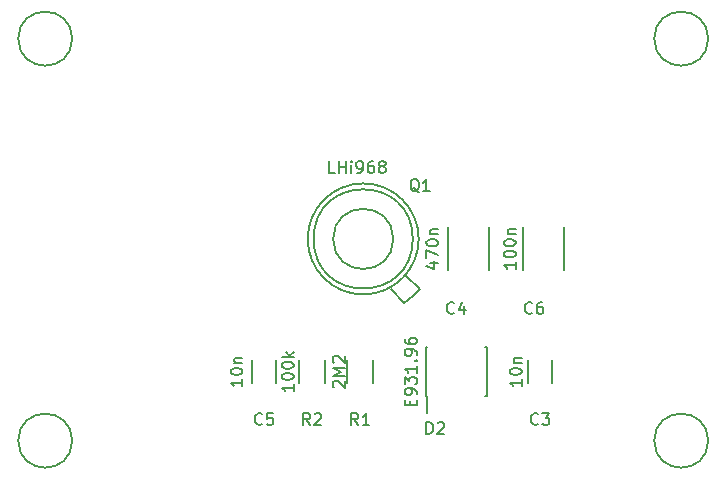
<source format=gto>
G04 #@! TF.FileFunction,Legend,Top*
%FSLAX46Y46*%
G04 Gerber Fmt 4.6, Leading zero omitted, Abs format (unit mm)*
G04 Created by KiCad (PCBNEW 4.0.3+e1-6302~38~ubuntu16.04.1-stable) date Mon Oct 24 21:46:35 2016*
%MOMM*%
%LPD*%
G01*
G04 APERTURE LIST*
%ADD10C,0.100000*%
%ADD11C,0.150000*%
G04 APERTURE END LIST*
D10*
D11*
X112532000Y-100012500D02*
G75*
G03X112532000Y-100012500I-2550000J0D01*
G01*
X114164500Y-104830000D02*
X114764500Y-104230000D01*
X114764500Y-104230000D02*
X113564500Y-103130000D01*
X114164500Y-104830000D02*
X113464500Y-105430000D01*
X113464500Y-105430000D02*
X112364500Y-104230000D01*
X114182000Y-100012500D02*
G75*
G03X114182000Y-100012500I-4200000J0D01*
G01*
X114682000Y-100012500D02*
G75*
G03X114682000Y-100012500I-4700000J0D01*
G01*
X123943000Y-110252000D02*
X123943000Y-112252000D01*
X125993000Y-112252000D02*
X125993000Y-110252000D01*
X102625000Y-112252000D02*
X102625000Y-110252000D01*
X100575000Y-110252000D02*
X100575000Y-112252000D01*
X115281000Y-113327000D02*
X115426000Y-113327000D01*
X115281000Y-109177000D02*
X115426000Y-109177000D01*
X120431000Y-109177000D02*
X120286000Y-109177000D01*
X120431000Y-113327000D02*
X120286000Y-113327000D01*
X115281000Y-113327000D02*
X115281000Y-109177000D01*
X120431000Y-113327000D02*
X120431000Y-109177000D01*
X115426000Y-113327000D02*
X115426000Y-114727000D01*
X110803000Y-110252000D02*
X110803000Y-112252000D01*
X108653000Y-112252000D02*
X108653000Y-110252000D01*
X106739000Y-110252000D02*
X106739000Y-112252000D01*
X104589000Y-112252000D02*
X104589000Y-110252000D01*
X85344000Y-83058000D02*
G75*
G03X85344000Y-83058000I-2286000J0D01*
G01*
X85344000Y-117094000D02*
G75*
G03X85344000Y-117094000I-2286000J0D01*
G01*
X139192000Y-83058000D02*
G75*
G03X139192000Y-83058000I-2286000J0D01*
G01*
X139192000Y-117094000D02*
G75*
G03X139192000Y-117094000I-2286000J0D01*
G01*
X120597000Y-102638000D02*
X120597000Y-99038000D01*
X117147000Y-99038000D02*
X117147000Y-102638000D01*
X123497000Y-99038000D02*
X123497000Y-102638000D01*
X126947000Y-102638000D02*
X126947000Y-99038000D01*
X114712762Y-96051619D02*
X114617524Y-96004000D01*
X114522286Y-95908762D01*
X114379429Y-95765905D01*
X114284190Y-95718286D01*
X114188952Y-95718286D01*
X114236571Y-95956381D02*
X114141333Y-95908762D01*
X114046095Y-95813524D01*
X113998476Y-95623048D01*
X113998476Y-95289714D01*
X114046095Y-95099238D01*
X114141333Y-95004000D01*
X114236571Y-94956381D01*
X114427048Y-94956381D01*
X114522286Y-95004000D01*
X114617524Y-95099238D01*
X114665143Y-95289714D01*
X114665143Y-95623048D01*
X114617524Y-95813524D01*
X114522286Y-95908762D01*
X114427048Y-95956381D01*
X114236571Y-95956381D01*
X115617524Y-95956381D02*
X115046095Y-95956381D01*
X115331809Y-95956381D02*
X115331809Y-94956381D01*
X115236571Y-95099238D01*
X115141333Y-95194476D01*
X115046095Y-95242095D01*
X107593048Y-94432381D02*
X107116857Y-94432381D01*
X107116857Y-93432381D01*
X107926381Y-94432381D02*
X107926381Y-93432381D01*
X107926381Y-93908571D02*
X108497810Y-93908571D01*
X108497810Y-94432381D02*
X108497810Y-93432381D01*
X108974000Y-94432381D02*
X108974000Y-93765714D01*
X108974000Y-93432381D02*
X108926381Y-93480000D01*
X108974000Y-93527619D01*
X109021619Y-93480000D01*
X108974000Y-93432381D01*
X108974000Y-93527619D01*
X109497809Y-94432381D02*
X109688285Y-94432381D01*
X109783524Y-94384762D01*
X109831143Y-94337143D01*
X109926381Y-94194286D01*
X109974000Y-94003810D01*
X109974000Y-93622857D01*
X109926381Y-93527619D01*
X109878762Y-93480000D01*
X109783524Y-93432381D01*
X109593047Y-93432381D01*
X109497809Y-93480000D01*
X109450190Y-93527619D01*
X109402571Y-93622857D01*
X109402571Y-93860952D01*
X109450190Y-93956190D01*
X109497809Y-94003810D01*
X109593047Y-94051429D01*
X109783524Y-94051429D01*
X109878762Y-94003810D01*
X109926381Y-93956190D01*
X109974000Y-93860952D01*
X110831143Y-93432381D02*
X110640666Y-93432381D01*
X110545428Y-93480000D01*
X110497809Y-93527619D01*
X110402571Y-93670476D01*
X110354952Y-93860952D01*
X110354952Y-94241905D01*
X110402571Y-94337143D01*
X110450190Y-94384762D01*
X110545428Y-94432381D01*
X110735905Y-94432381D01*
X110831143Y-94384762D01*
X110878762Y-94337143D01*
X110926381Y-94241905D01*
X110926381Y-94003810D01*
X110878762Y-93908571D01*
X110831143Y-93860952D01*
X110735905Y-93813333D01*
X110545428Y-93813333D01*
X110450190Y-93860952D01*
X110402571Y-93908571D01*
X110354952Y-94003810D01*
X111497809Y-93860952D02*
X111402571Y-93813333D01*
X111354952Y-93765714D01*
X111307333Y-93670476D01*
X111307333Y-93622857D01*
X111354952Y-93527619D01*
X111402571Y-93480000D01*
X111497809Y-93432381D01*
X111688286Y-93432381D01*
X111783524Y-93480000D01*
X111831143Y-93527619D01*
X111878762Y-93622857D01*
X111878762Y-93670476D01*
X111831143Y-93765714D01*
X111783524Y-93813333D01*
X111688286Y-93860952D01*
X111497809Y-93860952D01*
X111402571Y-93908571D01*
X111354952Y-93956190D01*
X111307333Y-94051429D01*
X111307333Y-94241905D01*
X111354952Y-94337143D01*
X111402571Y-94384762D01*
X111497809Y-94432381D01*
X111688286Y-94432381D01*
X111783524Y-94384762D01*
X111831143Y-94337143D01*
X111878762Y-94241905D01*
X111878762Y-94051429D01*
X111831143Y-93956190D01*
X111783524Y-93908571D01*
X111688286Y-93860952D01*
X124801334Y-115673143D02*
X124753715Y-115720762D01*
X124610858Y-115768381D01*
X124515620Y-115768381D01*
X124372762Y-115720762D01*
X124277524Y-115625524D01*
X124229905Y-115530286D01*
X124182286Y-115339810D01*
X124182286Y-115196952D01*
X124229905Y-115006476D01*
X124277524Y-114911238D01*
X124372762Y-114816000D01*
X124515620Y-114768381D01*
X124610858Y-114768381D01*
X124753715Y-114816000D01*
X124801334Y-114863619D01*
X125134667Y-114768381D02*
X125753715Y-114768381D01*
X125420381Y-115149333D01*
X125563239Y-115149333D01*
X125658477Y-115196952D01*
X125706096Y-115244571D01*
X125753715Y-115339810D01*
X125753715Y-115577905D01*
X125706096Y-115673143D01*
X125658477Y-115720762D01*
X125563239Y-115768381D01*
X125277524Y-115768381D01*
X125182286Y-115720762D01*
X125134667Y-115673143D01*
X123388381Y-111894857D02*
X123388381Y-112466286D01*
X123388381Y-112180572D02*
X122388381Y-112180572D01*
X122531238Y-112275810D01*
X122626476Y-112371048D01*
X122674095Y-112466286D01*
X122388381Y-111275810D02*
X122388381Y-111180571D01*
X122436000Y-111085333D01*
X122483619Y-111037714D01*
X122578857Y-110990095D01*
X122769333Y-110942476D01*
X123007429Y-110942476D01*
X123197905Y-110990095D01*
X123293143Y-111037714D01*
X123340762Y-111085333D01*
X123388381Y-111180571D01*
X123388381Y-111275810D01*
X123340762Y-111371048D01*
X123293143Y-111418667D01*
X123197905Y-111466286D01*
X123007429Y-111513905D01*
X122769333Y-111513905D01*
X122578857Y-111466286D01*
X122483619Y-111418667D01*
X122436000Y-111371048D01*
X122388381Y-111275810D01*
X122721714Y-110513905D02*
X123388381Y-110513905D01*
X122816952Y-110513905D02*
X122769333Y-110466286D01*
X122721714Y-110371048D01*
X122721714Y-110228190D01*
X122769333Y-110132952D01*
X122864571Y-110085333D01*
X123388381Y-110085333D01*
X101433334Y-115673143D02*
X101385715Y-115720762D01*
X101242858Y-115768381D01*
X101147620Y-115768381D01*
X101004762Y-115720762D01*
X100909524Y-115625524D01*
X100861905Y-115530286D01*
X100814286Y-115339810D01*
X100814286Y-115196952D01*
X100861905Y-115006476D01*
X100909524Y-114911238D01*
X101004762Y-114816000D01*
X101147620Y-114768381D01*
X101242858Y-114768381D01*
X101385715Y-114816000D01*
X101433334Y-114863619D01*
X102338096Y-114768381D02*
X101861905Y-114768381D01*
X101814286Y-115244571D01*
X101861905Y-115196952D01*
X101957143Y-115149333D01*
X102195239Y-115149333D01*
X102290477Y-115196952D01*
X102338096Y-115244571D01*
X102385715Y-115339810D01*
X102385715Y-115577905D01*
X102338096Y-115673143D01*
X102290477Y-115720762D01*
X102195239Y-115768381D01*
X101957143Y-115768381D01*
X101861905Y-115720762D01*
X101814286Y-115673143D01*
X99752381Y-111894857D02*
X99752381Y-112466286D01*
X99752381Y-112180572D02*
X98752381Y-112180572D01*
X98895238Y-112275810D01*
X98990476Y-112371048D01*
X99038095Y-112466286D01*
X98752381Y-111275810D02*
X98752381Y-111180571D01*
X98800000Y-111085333D01*
X98847619Y-111037714D01*
X98942857Y-110990095D01*
X99133333Y-110942476D01*
X99371429Y-110942476D01*
X99561905Y-110990095D01*
X99657143Y-111037714D01*
X99704762Y-111085333D01*
X99752381Y-111180571D01*
X99752381Y-111275810D01*
X99704762Y-111371048D01*
X99657143Y-111418667D01*
X99561905Y-111466286D01*
X99371429Y-111513905D01*
X99133333Y-111513905D01*
X98942857Y-111466286D01*
X98847619Y-111418667D01*
X98800000Y-111371048D01*
X98752381Y-111275810D01*
X99085714Y-110513905D02*
X99752381Y-110513905D01*
X99180952Y-110513905D02*
X99133333Y-110466286D01*
X99085714Y-110371048D01*
X99085714Y-110228190D01*
X99133333Y-110132952D01*
X99228571Y-110085333D01*
X99752381Y-110085333D01*
X115339905Y-116530381D02*
X115339905Y-115530381D01*
X115578000Y-115530381D01*
X115720858Y-115578000D01*
X115816096Y-115673238D01*
X115863715Y-115768476D01*
X115911334Y-115958952D01*
X115911334Y-116101810D01*
X115863715Y-116292286D01*
X115816096Y-116387524D01*
X115720858Y-116482762D01*
X115578000Y-116530381D01*
X115339905Y-116530381D01*
X116292286Y-115625619D02*
X116339905Y-115578000D01*
X116435143Y-115530381D01*
X116673239Y-115530381D01*
X116768477Y-115578000D01*
X116816096Y-115625619D01*
X116863715Y-115720857D01*
X116863715Y-115816095D01*
X116816096Y-115958952D01*
X116244667Y-116530381D01*
X116863715Y-116530381D01*
X113974571Y-114085333D02*
X113974571Y-113751999D01*
X114498381Y-113609142D02*
X114498381Y-114085333D01*
X113498381Y-114085333D01*
X113498381Y-113609142D01*
X114498381Y-113132952D02*
X114498381Y-112942476D01*
X114450762Y-112847237D01*
X114403143Y-112799618D01*
X114260286Y-112704380D01*
X114069810Y-112656761D01*
X113688857Y-112656761D01*
X113593619Y-112704380D01*
X113546000Y-112751999D01*
X113498381Y-112847237D01*
X113498381Y-113037714D01*
X113546000Y-113132952D01*
X113593619Y-113180571D01*
X113688857Y-113228190D01*
X113926952Y-113228190D01*
X114022190Y-113180571D01*
X114069810Y-113132952D01*
X114117429Y-113037714D01*
X114117429Y-112847237D01*
X114069810Y-112751999D01*
X114022190Y-112704380D01*
X113926952Y-112656761D01*
X113498381Y-112323428D02*
X113498381Y-111704380D01*
X113879333Y-112037714D01*
X113879333Y-111894856D01*
X113926952Y-111799618D01*
X113974571Y-111751999D01*
X114069810Y-111704380D01*
X114307905Y-111704380D01*
X114403143Y-111751999D01*
X114450762Y-111799618D01*
X114498381Y-111894856D01*
X114498381Y-112180571D01*
X114450762Y-112275809D01*
X114403143Y-112323428D01*
X114498381Y-110751999D02*
X114498381Y-111323428D01*
X114498381Y-111037714D02*
X113498381Y-111037714D01*
X113641238Y-111132952D01*
X113736476Y-111228190D01*
X113784095Y-111323428D01*
X114403143Y-110323428D02*
X114450762Y-110275809D01*
X114498381Y-110323428D01*
X114450762Y-110371047D01*
X114403143Y-110323428D01*
X114498381Y-110323428D01*
X114498381Y-109799619D02*
X114498381Y-109609143D01*
X114450762Y-109513904D01*
X114403143Y-109466285D01*
X114260286Y-109371047D01*
X114069810Y-109323428D01*
X113688857Y-109323428D01*
X113593619Y-109371047D01*
X113546000Y-109418666D01*
X113498381Y-109513904D01*
X113498381Y-109704381D01*
X113546000Y-109799619D01*
X113593619Y-109847238D01*
X113688857Y-109894857D01*
X113926952Y-109894857D01*
X114022190Y-109847238D01*
X114069810Y-109799619D01*
X114117429Y-109704381D01*
X114117429Y-109513904D01*
X114069810Y-109418666D01*
X114022190Y-109371047D01*
X113926952Y-109323428D01*
X113498381Y-108466285D02*
X113498381Y-108656762D01*
X113546000Y-108752000D01*
X113593619Y-108799619D01*
X113736476Y-108894857D01*
X113926952Y-108942476D01*
X114307905Y-108942476D01*
X114403143Y-108894857D01*
X114450762Y-108847238D01*
X114498381Y-108752000D01*
X114498381Y-108561523D01*
X114450762Y-108466285D01*
X114403143Y-108418666D01*
X114307905Y-108371047D01*
X114069810Y-108371047D01*
X113974571Y-108418666D01*
X113926952Y-108466285D01*
X113879333Y-108561523D01*
X113879333Y-108752000D01*
X113926952Y-108847238D01*
X113974571Y-108894857D01*
X114069810Y-108942476D01*
X109561334Y-115768381D02*
X109228000Y-115292190D01*
X108989905Y-115768381D02*
X108989905Y-114768381D01*
X109370858Y-114768381D01*
X109466096Y-114816000D01*
X109513715Y-114863619D01*
X109561334Y-114958857D01*
X109561334Y-115101714D01*
X109513715Y-115196952D01*
X109466096Y-115244571D01*
X109370858Y-115292190D01*
X108989905Y-115292190D01*
X110513715Y-115768381D02*
X109942286Y-115768381D01*
X110228000Y-115768381D02*
X110228000Y-114768381D01*
X110132762Y-114911238D01*
X110037524Y-115006476D01*
X109942286Y-115054095D01*
X107497619Y-112585333D02*
X107450000Y-112537714D01*
X107402381Y-112442476D01*
X107402381Y-112204380D01*
X107450000Y-112109142D01*
X107497619Y-112061523D01*
X107592857Y-112013904D01*
X107688095Y-112013904D01*
X107830952Y-112061523D01*
X108402381Y-112632952D01*
X108402381Y-112013904D01*
X108402381Y-111585333D02*
X107402381Y-111585333D01*
X108116667Y-111251999D01*
X107402381Y-110918666D01*
X108402381Y-110918666D01*
X107497619Y-110490095D02*
X107450000Y-110442476D01*
X107402381Y-110347238D01*
X107402381Y-110109142D01*
X107450000Y-110013904D01*
X107497619Y-109966285D01*
X107592857Y-109918666D01*
X107688095Y-109918666D01*
X107830952Y-109966285D01*
X108402381Y-110537714D01*
X108402381Y-109918666D01*
X105497334Y-115768381D02*
X105164000Y-115292190D01*
X104925905Y-115768381D02*
X104925905Y-114768381D01*
X105306858Y-114768381D01*
X105402096Y-114816000D01*
X105449715Y-114863619D01*
X105497334Y-114958857D01*
X105497334Y-115101714D01*
X105449715Y-115196952D01*
X105402096Y-115244571D01*
X105306858Y-115292190D01*
X104925905Y-115292190D01*
X105878286Y-114863619D02*
X105925905Y-114816000D01*
X106021143Y-114768381D01*
X106259239Y-114768381D01*
X106354477Y-114816000D01*
X106402096Y-114863619D01*
X106449715Y-114958857D01*
X106449715Y-115054095D01*
X106402096Y-115196952D01*
X105830667Y-115768381D01*
X106449715Y-115768381D01*
X104084381Y-112323428D02*
X104084381Y-112894857D01*
X104084381Y-112609143D02*
X103084381Y-112609143D01*
X103227238Y-112704381D01*
X103322476Y-112799619D01*
X103370095Y-112894857D01*
X103084381Y-111704381D02*
X103084381Y-111609142D01*
X103132000Y-111513904D01*
X103179619Y-111466285D01*
X103274857Y-111418666D01*
X103465333Y-111371047D01*
X103703429Y-111371047D01*
X103893905Y-111418666D01*
X103989143Y-111466285D01*
X104036762Y-111513904D01*
X104084381Y-111609142D01*
X104084381Y-111704381D01*
X104036762Y-111799619D01*
X103989143Y-111847238D01*
X103893905Y-111894857D01*
X103703429Y-111942476D01*
X103465333Y-111942476D01*
X103274857Y-111894857D01*
X103179619Y-111847238D01*
X103132000Y-111799619D01*
X103084381Y-111704381D01*
X103084381Y-110752000D02*
X103084381Y-110656761D01*
X103132000Y-110561523D01*
X103179619Y-110513904D01*
X103274857Y-110466285D01*
X103465333Y-110418666D01*
X103703429Y-110418666D01*
X103893905Y-110466285D01*
X103989143Y-110513904D01*
X104036762Y-110561523D01*
X104084381Y-110656761D01*
X104084381Y-110752000D01*
X104036762Y-110847238D01*
X103989143Y-110894857D01*
X103893905Y-110942476D01*
X103703429Y-110990095D01*
X103465333Y-110990095D01*
X103274857Y-110942476D01*
X103179619Y-110894857D01*
X103132000Y-110847238D01*
X103084381Y-110752000D01*
X104084381Y-109990095D02*
X103084381Y-109990095D01*
X103703429Y-109894857D02*
X104084381Y-109609142D01*
X103417714Y-109609142D02*
X103798667Y-109990095D01*
X117689334Y-106275143D02*
X117641715Y-106322762D01*
X117498858Y-106370381D01*
X117403620Y-106370381D01*
X117260762Y-106322762D01*
X117165524Y-106227524D01*
X117117905Y-106132286D01*
X117070286Y-105941810D01*
X117070286Y-105798952D01*
X117117905Y-105608476D01*
X117165524Y-105513238D01*
X117260762Y-105418000D01*
X117403620Y-105370381D01*
X117498858Y-105370381D01*
X117641715Y-105418000D01*
X117689334Y-105465619D01*
X118546477Y-105703714D02*
X118546477Y-106370381D01*
X118308381Y-105322762D02*
X118070286Y-106037048D01*
X118689334Y-106037048D01*
X115657714Y-102052285D02*
X116324381Y-102052285D01*
X115276762Y-102290381D02*
X115991048Y-102528476D01*
X115991048Y-101909428D01*
X115324381Y-101623714D02*
X115324381Y-100957047D01*
X116324381Y-101385619D01*
X115324381Y-100385619D02*
X115324381Y-100290380D01*
X115372000Y-100195142D01*
X115419619Y-100147523D01*
X115514857Y-100099904D01*
X115705333Y-100052285D01*
X115943429Y-100052285D01*
X116133905Y-100099904D01*
X116229143Y-100147523D01*
X116276762Y-100195142D01*
X116324381Y-100290380D01*
X116324381Y-100385619D01*
X116276762Y-100480857D01*
X116229143Y-100528476D01*
X116133905Y-100576095D01*
X115943429Y-100623714D01*
X115705333Y-100623714D01*
X115514857Y-100576095D01*
X115419619Y-100528476D01*
X115372000Y-100480857D01*
X115324381Y-100385619D01*
X115657714Y-99623714D02*
X116324381Y-99623714D01*
X115752952Y-99623714D02*
X115705333Y-99576095D01*
X115657714Y-99480857D01*
X115657714Y-99337999D01*
X115705333Y-99242761D01*
X115800571Y-99195142D01*
X116324381Y-99195142D01*
X124293334Y-106275143D02*
X124245715Y-106322762D01*
X124102858Y-106370381D01*
X124007620Y-106370381D01*
X123864762Y-106322762D01*
X123769524Y-106227524D01*
X123721905Y-106132286D01*
X123674286Y-105941810D01*
X123674286Y-105798952D01*
X123721905Y-105608476D01*
X123769524Y-105513238D01*
X123864762Y-105418000D01*
X124007620Y-105370381D01*
X124102858Y-105370381D01*
X124245715Y-105418000D01*
X124293334Y-105465619D01*
X125150477Y-105370381D02*
X124960000Y-105370381D01*
X124864762Y-105418000D01*
X124817143Y-105465619D01*
X124721905Y-105608476D01*
X124674286Y-105798952D01*
X124674286Y-106179905D01*
X124721905Y-106275143D01*
X124769524Y-106322762D01*
X124864762Y-106370381D01*
X125055239Y-106370381D01*
X125150477Y-106322762D01*
X125198096Y-106275143D01*
X125245715Y-106179905D01*
X125245715Y-105941810D01*
X125198096Y-105846571D01*
X125150477Y-105798952D01*
X125055239Y-105751333D01*
X124864762Y-105751333D01*
X124769524Y-105798952D01*
X124721905Y-105846571D01*
X124674286Y-105941810D01*
X122880381Y-101957047D02*
X122880381Y-102528476D01*
X122880381Y-102242762D02*
X121880381Y-102242762D01*
X122023238Y-102338000D01*
X122118476Y-102433238D01*
X122166095Y-102528476D01*
X121880381Y-101338000D02*
X121880381Y-101242761D01*
X121928000Y-101147523D01*
X121975619Y-101099904D01*
X122070857Y-101052285D01*
X122261333Y-101004666D01*
X122499429Y-101004666D01*
X122689905Y-101052285D01*
X122785143Y-101099904D01*
X122832762Y-101147523D01*
X122880381Y-101242761D01*
X122880381Y-101338000D01*
X122832762Y-101433238D01*
X122785143Y-101480857D01*
X122689905Y-101528476D01*
X122499429Y-101576095D01*
X122261333Y-101576095D01*
X122070857Y-101528476D01*
X121975619Y-101480857D01*
X121928000Y-101433238D01*
X121880381Y-101338000D01*
X121880381Y-100385619D02*
X121880381Y-100290380D01*
X121928000Y-100195142D01*
X121975619Y-100147523D01*
X122070857Y-100099904D01*
X122261333Y-100052285D01*
X122499429Y-100052285D01*
X122689905Y-100099904D01*
X122785143Y-100147523D01*
X122832762Y-100195142D01*
X122880381Y-100290380D01*
X122880381Y-100385619D01*
X122832762Y-100480857D01*
X122785143Y-100528476D01*
X122689905Y-100576095D01*
X122499429Y-100623714D01*
X122261333Y-100623714D01*
X122070857Y-100576095D01*
X121975619Y-100528476D01*
X121928000Y-100480857D01*
X121880381Y-100385619D01*
X122213714Y-99623714D02*
X122880381Y-99623714D01*
X122308952Y-99623714D02*
X122261333Y-99576095D01*
X122213714Y-99480857D01*
X122213714Y-99337999D01*
X122261333Y-99242761D01*
X122356571Y-99195142D01*
X122880381Y-99195142D01*
M02*

</source>
